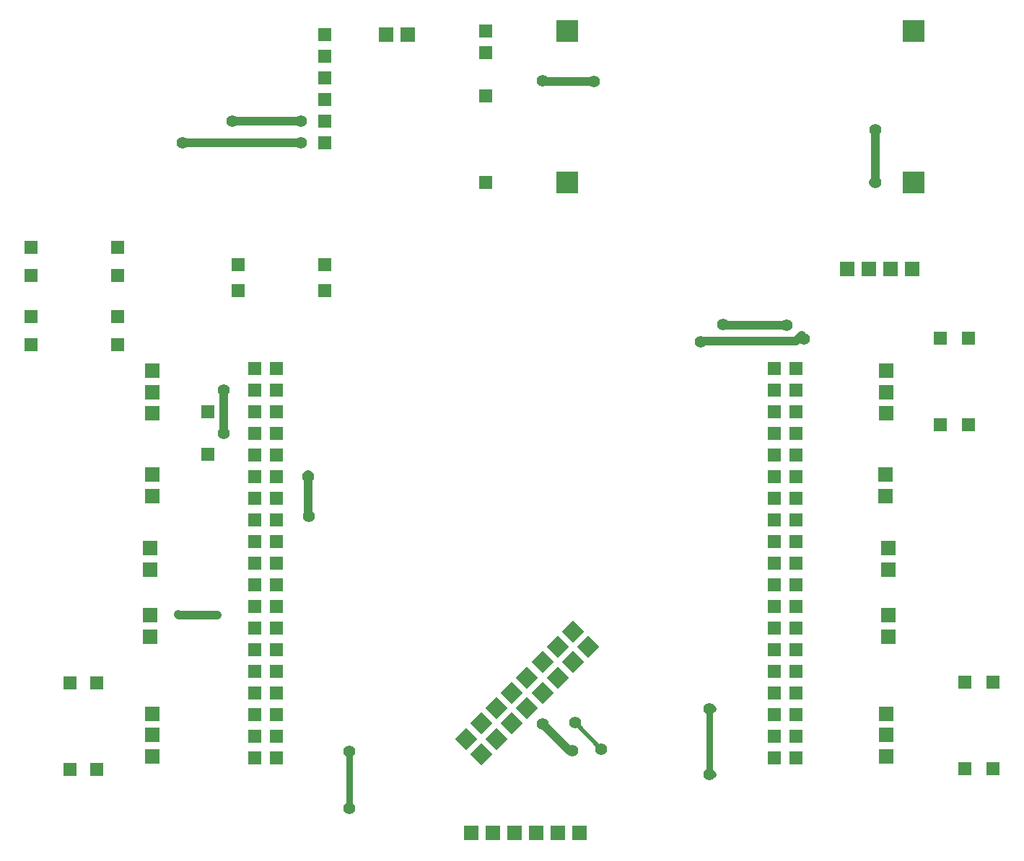
<source format=gbr>
%TF.GenerationSoftware,KiCad,Pcbnew,(6.0.10)*%
%TF.CreationDate,2023-11-30T08:57:51-03:00*%
%TF.ProjectId,ProyectoFinal_v3,50726f79-6563-4746-9f46-696e616c5f76,rev?*%
%TF.SameCoordinates,Original*%
%TF.FileFunction,Copper,L2,Bot*%
%TF.FilePolarity,Positive*%
%FSLAX46Y46*%
G04 Gerber Fmt 4.6, Leading zero omitted, Abs format (unit mm)*
G04 Created by KiCad (PCBNEW (6.0.10)) date 2023-11-30 08:57:51*
%MOMM*%
%LPD*%
G01*
G04 APERTURE LIST*
G04 Aperture macros list*
%AMRotRect*
0 Rectangle, with rotation*
0 The origin of the aperture is its center*
0 $1 length*
0 $2 width*
0 $3 Rotation angle, in degrees counterclockwise*
0 Add horizontal line*
21,1,$1,$2,0,0,$3*%
G04 Aperture macros list end*
%TA.AperFunction,ComponentPad*%
%ADD10R,1.600000X1.600000*%
%TD*%
%TA.AperFunction,ComponentPad*%
%ADD11R,1.700000X1.700000*%
%TD*%
%TA.AperFunction,ComponentPad*%
%ADD12R,1.800000X1.800000*%
%TD*%
%TA.AperFunction,ComponentPad*%
%ADD13R,2.540000X2.540000*%
%TD*%
%TA.AperFunction,ComponentPad*%
%ADD14RotRect,1.800000X1.800000X315.000000*%
%TD*%
%TA.AperFunction,ViaPad*%
%ADD15C,1.400000*%
%TD*%
%TA.AperFunction,ViaPad*%
%ADD16C,0.800000*%
%TD*%
%TA.AperFunction,Conductor*%
%ADD17C,1.000000*%
%TD*%
%TA.AperFunction,Conductor*%
%ADD18C,0.800000*%
%TD*%
%TA.AperFunction,Conductor*%
%ADD19C,0.500000*%
%TD*%
G04 APERTURE END LIST*
D10*
%TO.P,D1,1,K*%
%TO.N,GND*%
X223844710Y-119120000D03*
%TO.P,D1,2,A*%
%TO.N,Net-(D1-Pad2)*%
X223844710Y-121660000D03*
%TD*%
%TO.P,C1,1*%
%TO.N,Vbat*%
X191256900Y-163830000D03*
%TO.P,C1,2*%
%TO.N,GND*%
X191256900Y-168830000D03*
%TD*%
D11*
%TO.P,J16,1,Pin_1*%
%TO.N,+3V3*%
X273836900Y-147041000D03*
%TO.P,J16,2,Pin_2*%
%TO.N,SWCLK*%
X271296900Y-147041000D03*
%TO.P,J16,3,Pin_3*%
%TO.N,GND*%
X268756900Y-147041000D03*
%TO.P,J16,4,Pin_4*%
%TO.N,SWDIO*%
X266216900Y-147041000D03*
%TD*%
%TO.P,J10,1,Pin_1*%
%TO.N,MOTOR4_PWMN*%
X271102710Y-187701000D03*
%TO.P,J10,2,Pin_2*%
%TO.N,MOTOR4_PWM*%
X271102710Y-190241000D03*
%TD*%
D10*
%TO.P,U3,1,PC10*%
%TO.N,MOTOR1_PWMN*%
X260202710Y-158750000D03*
%TO.P,U3,2,PC11*%
%TO.N,MOTOR1_ENCODER*%
X257662710Y-158750000D03*
%TO.P,U3,3,PC12*%
%TO.N,unconnected-(U3-Pad3)*%
X260202710Y-161290000D03*
%TO.P,U3,4,PD2*%
%TO.N,unconnected-(U3-Pad4)*%
X257662710Y-161290000D03*
%TO.P,U3,5,VDD*%
%TO.N,unconnected-(U3-Pad5)*%
X260202710Y-163830000D03*
%TO.P,U3,6,E5V*%
%TO.N,+5V*%
X257662710Y-163830000D03*
%TO.P,U3,7,BOOT0*%
%TO.N,unconnected-(U3-Pad7)*%
X260202710Y-166370000D03*
%TO.P,U3,8,GND*%
%TO.N,unconnected-(U3-Pad8)*%
X257662710Y-166370000D03*
%TO.P,U3,9,NC*%
%TO.N,unconnected-(U3-Pad9)*%
X260202710Y-168910000D03*
%TO.P,U3,10,NC*%
%TO.N,unconnected-(U3-Pad10)*%
X257662710Y-168910000D03*
%TO.P,U3,11,NC*%
%TO.N,unconnected-(U3-Pad11)*%
X260202710Y-171450000D03*
%TO.P,U3,12,IOREF*%
%TO.N,unconnected-(U3-Pad12)*%
X257662710Y-171450000D03*
%TO.P,U3,13,PA13*%
%TO.N,SWDIO*%
X260202710Y-173990000D03*
%TO.P,U3,14,RESET*%
%TO.N,unconnected-(U3-Pad14)*%
X257662710Y-173990000D03*
%TO.P,U3,15,PA14*%
%TO.N,SWCLK*%
X260202710Y-176530000D03*
%TO.P,U3,16,+3V3*%
%TO.N,+3V3*%
X257662710Y-176530000D03*
%TO.P,U3,17,PA15*%
%TO.N,MOTOR1_PWM*%
X260202710Y-179070000D03*
%TO.P,U3,18,+5V*%
%TO.N,+5V*%
X257662710Y-179070000D03*
%TO.P,U3,19,GND*%
%TO.N,GND*%
X260202710Y-181610000D03*
%TO.P,U3,20,GND*%
X257662710Y-181610000D03*
%TO.P,U3,21,PB7*%
%TO.N,unconnected-(U3-Pad21)*%
X260202710Y-184150000D03*
%TO.P,U3,22,GND*%
%TO.N,GND*%
X257662710Y-184150000D03*
%TO.P,U3,23,PC13*%
%TO.N,unconnected-(U3-Pad23)*%
X260202710Y-186690000D03*
%TO.P,U3,24,VIN*%
%TO.N,unconnected-(U3-Pad24)*%
X257662710Y-186690000D03*
%TO.P,U3,25,PC14*%
%TO.N,unconnected-(U3-Pad25)*%
X260202710Y-189230000D03*
%TO.P,U3,26,NC*%
%TO.N,unconnected-(U3-Pad26)*%
X257662710Y-189230000D03*
%TO.P,U3,27,PC15*%
%TO.N,MOTOR4_ENCODER*%
X260202710Y-191770000D03*
%TO.P,U3,28,PA0*%
%TO.N,unconnected-(U3-Pad28)*%
X257662710Y-191770000D03*
%TO.P,U3,29,PF0*%
%TO.N,unconnected-(U3-Pad29)*%
X260202710Y-194310000D03*
%TO.P,U3,30,PA1*%
%TO.N,MOTOR3_PWMN*%
X257662710Y-194310000D03*
%TO.P,U3,31,PF1*%
%TO.N,unconnected-(U3-Pad31)*%
X260202710Y-196850000D03*
%TO.P,U3,32,PA4*%
%TO.N,unconnected-(U3-Pad32)*%
X257662710Y-196850000D03*
%TO.P,U3,33,VBAT*%
%TO.N,unconnected-(U3-Pad33)*%
X260202710Y-199390000D03*
%TO.P,U3,34,PB0*%
%TO.N,unconnected-(U3-Pad34)*%
X257662710Y-199390000D03*
%TO.P,U3,35,PC2*%
%TO.N,unconnected-(U3-Pad35)*%
X260202710Y-201930000D03*
%TO.P,U3,36,PC1*%
%TO.N,unconnected-(U3-Pad36)*%
X257662710Y-201930000D03*
%TO.P,U3,37,PC3*%
%TO.N,unconnected-(U3-Pad37)*%
X260202710Y-204470000D03*
%TO.P,U3,38,PC0*%
%TO.N,MOTOR4_PWM*%
X257662710Y-204470000D03*
%TO.P,U3,39,PC9*%
%TO.N,unconnected-(U3-Pad39)*%
X199242710Y-158750000D03*
%TO.P,U3,40,PC8*%
%TO.N,MOTOR2_ENCODER*%
X196702710Y-158750000D03*
%TO.P,U3,41,PB8*%
%TO.N,I2C_SCL*%
X199242710Y-161290000D03*
%TO.P,U3,42,PC6*%
%TO.N,MOTOR3_ENCODER*%
X196702710Y-161290000D03*
%TO.P,U3,43,PB9*%
%TO.N,I2C_SDA*%
X199242710Y-163830000D03*
%TO.P,U3,44,PC5*%
%TO.N,Vbat*%
X196702710Y-163830000D03*
%TO.P,U3,45,AVDD*%
%TO.N,unconnected-(U3-Pad45)*%
X199242710Y-166370000D03*
%TO.P,U3,46,U5V*%
%TO.N,unconnected-(U3-Pad46)*%
X196702710Y-166370000D03*
%TO.P,U3,47,GND*%
%TO.N,GND*%
X199242710Y-168910000D03*
%TO.P,U3,48,NC*%
%TO.N,unconnected-(U3-Pad48)*%
X196702710Y-168910000D03*
%TO.P,U3,49,PA5*%
%TO.N,SPI_SCLK*%
X199242710Y-171450000D03*
%TO.P,U3,50,PA12*%
%TO.N,MOTOR2_PWM*%
X196702710Y-171450000D03*
%TO.P,U3,51,PA6*%
%TO.N,SPI_MISO*%
X199242710Y-173990000D03*
%TO.P,U3,52,PA11*%
%TO.N,unconnected-(U3-Pad52)*%
X196702710Y-173990000D03*
%TO.P,U3,53,PA7*%
%TO.N,SPI_MOSI*%
X199242710Y-176530000D03*
%TO.P,U3,54,PB12*%
%TO.N,unconnected-(U3-Pad54)*%
X196702710Y-176530000D03*
%TO.P,U3,55,PB6*%
%TO.N,MOTOR2_PWMN*%
X199242710Y-179070000D03*
%TO.P,U3,56,PB11*%
%TO.N,unconnected-(U3-Pad56)*%
X196702710Y-179070000D03*
%TO.P,U3,57,PC7*%
%TO.N,unconnected-(U3-Pad57)*%
X199242710Y-181610000D03*
%TO.P,U3,58,GND*%
%TO.N,unconnected-(U3-Pad58)*%
X196702710Y-181610000D03*
%TO.P,U3,59,PA9*%
%TO.N,unconnected-(U3-Pad59)*%
X199242710Y-184150000D03*
%TO.P,U3,60,PB2*%
%TO.N,unconnected-(U3-Pad60)*%
X196702710Y-184150000D03*
%TO.P,U3,61,PA8*%
%TO.N,unconnected-(U3-Pad61)*%
X199242710Y-186690000D03*
%TO.P,U3,62,PB1*%
%TO.N,unconnected-(U3-Pad62)*%
X196702710Y-186690000D03*
%TO.P,U3,63,PB10*%
%TO.N,unconnected-(U3-Pad63)*%
X199242710Y-189230000D03*
%TO.P,U3,64,PB15*%
%TO.N,unconnected-(U3-Pad64)*%
X196702710Y-189230000D03*
%TO.P,U3,65,PB4*%
%TO.N,unconnected-(U3-Pad65)*%
X199242710Y-191770000D03*
%TO.P,U3,66,PB14*%
%TO.N,MOTOR3_PWM*%
X196702710Y-191770000D03*
%TO.P,U3,67,PB5*%
%TO.N,unconnected-(U3-Pad67)*%
X199242710Y-194310000D03*
%TO.P,U3,68,PB13*%
%TO.N,MOTOR4_PWMN*%
X196702710Y-194310000D03*
%TO.P,U3,69,PB3*%
%TO.N,unconnected-(U3-Pad69)*%
X199242710Y-196850000D03*
%TO.P,U3,70,AGND*%
%TO.N,unconnected-(U3-Pad70)*%
X196702710Y-196850000D03*
%TO.P,U3,71,PA10*%
%TO.N,UART_RX*%
X199242710Y-199390000D03*
%TO.P,U3,72,PC4*%
%TO.N,UART_TX*%
X196702710Y-199390000D03*
%TO.P,U3,73,PA2*%
%TO.N,unconnected-(U3-Pad73)*%
X199242710Y-201930000D03*
%TO.P,U3,74,NC*%
%TO.N,unconnected-(U3-Pad74)*%
X196702710Y-201930000D03*
%TO.P,U3,75,PA3*%
%TO.N,unconnected-(U3-Pad75)*%
X199242710Y-204470000D03*
%TO.P,U3,76,NC*%
%TO.N,unconnected-(U3-Pad76)*%
X196702710Y-204470000D03*
%TD*%
%TO.P,R11,1*%
%TO.N,Vbat*%
X194765700Y-149606000D03*
%TO.P,R11,2*%
%TO.N,GND*%
X204925700Y-149606000D03*
%TD*%
%TO.P,R12,1*%
%TO.N,+5V*%
X170518710Y-144526000D03*
%TO.P,R12,2*%
%TO.N,I2C_SCL*%
X180678710Y-144526000D03*
%TD*%
D11*
%TO.P,J9,1,Pin_1*%
%TO.N,MOTOR3_PWMN*%
X184442710Y-190256000D03*
%TO.P,J9,2,Pin_2*%
%TO.N,MOTOR3_PWM*%
X184442710Y-187716000D03*
%TD*%
D12*
%TO.P,J4,1,Pin_1*%
%TO.N,+12V*%
X184742710Y-173716000D03*
%TO.P,J4,2,Pin_2*%
%TO.N,GND*%
X184742710Y-171216000D03*
%TD*%
%TO.P,J6,1,Pin_1*%
%TO.N,MOTOR4_ENCODER*%
X270802710Y-199300000D03*
%TO.P,J6,2,Pin_2*%
%TO.N,GND*%
X270802710Y-201800000D03*
%TO.P,J6,3,Pin_3*%
%TO.N,Net-(J6-Pad3)*%
X270802710Y-204300000D03*
%TD*%
D11*
%TO.P,J8,1,Pin_1*%
%TO.N,MOTOR2_PWMN*%
X184442710Y-182377000D03*
%TO.P,J8,2,Pin_2*%
%TO.N,MOTOR2_PWM*%
X184442710Y-179837000D03*
%TD*%
D10*
%TO.P,R5,1*%
%TO.N,+5V*%
X170512710Y-152654000D03*
%TO.P,R5,2*%
%TO.N,MOTOR2_ENCODER*%
X180672710Y-152654000D03*
%TD*%
%TO.P,R7,1*%
%TO.N,+5V*%
X170518710Y-155956000D03*
%TO.P,R7,2*%
%TO.N,Net-(J5-Pad3)*%
X180678710Y-155956000D03*
%TD*%
%TO.P,R3,1*%
%TO.N,+5V*%
X277148900Y-155194000D03*
%TO.P,R3,2*%
%TO.N,Net-(J2-Pad3)*%
X277148900Y-165354000D03*
%TD*%
%TO.P,R4,1*%
%TO.N,+5V*%
X178190500Y-205807000D03*
%TO.P,R4,2*%
%TO.N,Net-(J3-Pad3)*%
X178190500Y-195647000D03*
%TD*%
%TO.P,R8,1*%
%TO.N,+5V*%
X283333805Y-205767905D03*
%TO.P,R8,2*%
%TO.N,Net-(J6-Pad3)*%
X283333805Y-195607905D03*
%TD*%
%TO.P,R1,1*%
%TO.N,+5V*%
X280450900Y-155194000D03*
%TO.P,R1,2*%
%TO.N,MOTOR1_ENCODER*%
X280450900Y-165354000D03*
%TD*%
%TO.P,R10,1*%
%TO.N,Net-(R10-Pad1)*%
X204925700Y-146558000D03*
%TO.P,R10,2*%
%TO.N,Vbat*%
X194765700Y-146558000D03*
%TD*%
D12*
%TO.P,J3,1,Pin_1*%
%TO.N,MOTOR3_ENCODER*%
X184742710Y-204300000D03*
%TO.P,J3,2,Pin_2*%
%TO.N,GND*%
X184742710Y-201800000D03*
%TO.P,J3,3,Pin_3*%
%TO.N,Net-(J3-Pad3)*%
X184742710Y-199300000D03*
%TD*%
D10*
%TO.P,R13,1*%
%TO.N,+5V*%
X170518710Y-147828000D03*
%TO.P,R13,2*%
%TO.N,I2C_SDA*%
X180678710Y-147828000D03*
%TD*%
D12*
%TO.P,J1,1,Pin_1*%
%TO.N,GND*%
X270756710Y-171211000D03*
%TO.P,J1,2,Pin_2*%
%TO.N,+12V*%
X270756710Y-173711000D03*
%TD*%
%TO.P,J12,1,Pin_1*%
%TO.N,Net-(J12-Pad1)*%
X212162710Y-119560000D03*
%TO.P,J12,2,Pin_2*%
%TO.N,GND*%
X214662710Y-119560000D03*
%TD*%
D10*
%TO.P,U1,1,Vcc*%
%TO.N,+5V*%
X204935710Y-119560000D03*
%TO.P,U1,2,GND*%
%TO.N,GND*%
X204935710Y-122100000D03*
%TO.P,U1,3,SCL*%
%TO.N,I2C_SCL*%
X204935710Y-124640000D03*
%TO.P,U1,4,SDA*%
%TO.N,I2C_SDA*%
X204935710Y-127180000D03*
%TO.P,U1,5,Vin-*%
%TO.N,+12V*%
X204935710Y-129720000D03*
%TO.P,U1,6,Vin+*%
%TO.N,Net-(R10-Pad1)*%
X204935710Y-132260000D03*
%TD*%
D12*
%TO.P,J5,1,Pin_1*%
%TO.N,MOTOR2_ENCODER*%
X184742710Y-164024000D03*
%TO.P,J5,2,Pin_2*%
%TO.N,GND*%
X184742710Y-161524000D03*
%TO.P,J5,3,Pin_3*%
%TO.N,Net-(J5-Pad3)*%
X184742710Y-159024000D03*
%TD*%
D10*
%TO.P,R9,1*%
%TO.N,+12V*%
X223844710Y-136900000D03*
%TO.P,R9,2*%
%TO.N,Net-(D1-Pad2)*%
X223844710Y-126740000D03*
%TD*%
D12*
%TO.P,J15,1,Pin_1*%
%TO.N,GND*%
X234855805Y-213278000D03*
%TO.P,J15,2,Pin_2*%
%TO.N,unconnected-(J15-Pad2)*%
X232315805Y-213278000D03*
%TO.P,J15,3,Pin_3*%
%TO.N,unconnected-(J15-Pad3)*%
X229775805Y-213278000D03*
%TO.P,J15,4,Pin_4*%
%TO.N,UART_TX*%
X227235805Y-213278000D03*
%TO.P,J15,5,Pin_5*%
%TO.N,UART_RX*%
X224695805Y-213278000D03*
%TO.P,J15,6,Pin_6*%
%TO.N,unconnected-(J15-Pad6)*%
X222155805Y-213278000D03*
%TD*%
D10*
%TO.P,R2,1*%
%TO.N,+5V*%
X175040900Y-205807000D03*
%TO.P,R2,2*%
%TO.N,MOTOR3_ENCODER*%
X175040900Y-195647000D03*
%TD*%
D11*
%TO.P,J7,1,Pin_1*%
%TO.N,MOTOR1_PWMN*%
X271056710Y-179822000D03*
%TO.P,J7,2,Pin_2*%
%TO.N,MOTOR1_PWM*%
X271056710Y-182362000D03*
%TD*%
D13*
%TO.P,U2,1,IN+*%
%TO.N,+12V*%
X233369710Y-136900000D03*
%TO.P,U2,2,IN-*%
%TO.N,GND*%
X233369710Y-119120000D03*
%TO.P,U2,3,OUT+*%
%TO.N,+5V*%
X274009710Y-136900000D03*
%TO.P,U2,4,OUT-*%
%TO.N,GND*%
X274009710Y-119120000D03*
%TD*%
D10*
%TO.P,R6,1*%
%TO.N,+5V*%
X280031805Y-205767905D03*
%TO.P,R6,2*%
%TO.N,MOTOR4_ENCODER*%
X280031805Y-195607905D03*
%TD*%
D12*
%TO.P,J2,1,Pin_1*%
%TO.N,MOTOR1_ENCODER*%
X270802710Y-159019000D03*
%TO.P,J2,2,Pin_2*%
%TO.N,GND*%
X270802710Y-161519000D03*
%TO.P,J2,3,Pin_3*%
%TO.N,Net-(J2-Pad3)*%
X270802710Y-164019000D03*
%TD*%
D14*
%TO.P,J14,1,Pin_1*%
%TO.N,unconnected-(J14-Pad1)*%
X234079622Y-189665795D03*
%TO.P,J14,2,Pin_2*%
%TO.N,unconnected-(J14-Pad2)*%
X235875673Y-191461847D03*
%TO.P,J14,3,Pin_3*%
%TO.N,SPI_SCLK*%
X232283570Y-191461847D03*
%TO.P,J14,4,Pin_4*%
%TO.N,SPI_MISO*%
X234079622Y-193257898D03*
%TO.P,J14,5,Pin_5*%
%TO.N,SPI_MOSI*%
X230487519Y-193257898D03*
%TO.P,J14,6,Pin_6*%
%TO.N,GND*%
X232283570Y-195053949D03*
%TO.P,J14,7,Pin_7*%
%TO.N,unconnected-(J14-Pad7)*%
X228691468Y-195053949D03*
%TO.P,J14,8,Pin_8*%
%TO.N,unconnected-(J14-Pad8)*%
X230487519Y-196850000D03*
%TO.P,J14,9,Pin_9*%
%TO.N,unconnected-(J14-Pad9)*%
X226895417Y-196850000D03*
%TO.P,J14,10,Pin_10*%
%TO.N,+5V*%
X228691468Y-198646051D03*
%TO.P,J14,11,Pin_11*%
X225099366Y-198646051D03*
%TO.P,J14,12,Pin_12*%
%TO.N,GND*%
X226895417Y-200442103D03*
%TO.P,J14,13,Pin_13*%
X223303314Y-200442103D03*
%TO.P,J14,14,Pin_14*%
%TO.N,unconnected-(J14-Pad14)*%
X225099366Y-202238154D03*
%TO.P,J14,15,Pin_15*%
%TO.N,unconnected-(J14-Pad15)*%
X221507263Y-202238154D03*
%TO.P,J14,16,Pin_16*%
%TO.N,unconnected-(J14-Pad16)*%
X223303314Y-204034205D03*
%TD*%
D15*
%TO.N,MOTOR3_ENCODER*%
X193126705Y-166352139D03*
X193126705Y-161320000D03*
D16*
%TO.N,MOTOR3_PWM*%
X192362710Y-187710000D03*
X187802710Y-187670000D03*
D15*
%TO.N,GND*%
X237412710Y-203500000D03*
X249102710Y-155610000D03*
X234322710Y-200360000D03*
X261192710Y-155270000D03*
%TO.N,+12V*%
X202194710Y-129720000D03*
X194090900Y-129720000D03*
%TO.N,MOTOR2_PWMN*%
X207856710Y-203708000D03*
X207856710Y-210384000D03*
%TO.N,MOTOR3_PWMN*%
X250042710Y-198700000D03*
X250072710Y-206410000D03*
%TO.N,+5V*%
X234012710Y-203630000D03*
X269522710Y-136900000D03*
X230482710Y-124980000D03*
X269592710Y-130730000D03*
X230562710Y-200500000D03*
X236500571Y-125072800D03*
%TO.N,SPI_SCLK*%
X203062710Y-176100000D03*
X202980900Y-171450000D03*
%TO.N,Net-(R10-Pad1)*%
X188262710Y-132286000D03*
X202194710Y-132260000D03*
%TO.N,+3V3*%
X251662710Y-153590000D03*
X259152710Y-153670000D03*
%TD*%
D17*
%TO.N,MOTOR3_ENCODER*%
X193072710Y-161640000D02*
X193072710Y-166367810D01*
X193072710Y-166367810D02*
X193074900Y-166370000D01*
D18*
%TO.N,MOTOR3_PWMN*%
X250112710Y-198770000D02*
X250112710Y-205990000D01*
X250112710Y-205990000D02*
X250532710Y-206410000D01*
X250502710Y-198700000D02*
X250042710Y-198700000D01*
X250042710Y-198700000D02*
X250112710Y-198770000D01*
D17*
%TO.N,+3V3*%
X251742710Y-153670000D02*
X251662710Y-153590000D01*
X259152710Y-153670000D02*
X251742710Y-153670000D01*
%TO.N,GND*%
X249169442Y-155543268D02*
X249102710Y-155610000D01*
X260232305Y-155543268D02*
X249169442Y-155543268D01*
X260884796Y-154890777D02*
X260232305Y-155543268D01*
D19*
X237412710Y-203450000D02*
X237412710Y-203500000D01*
X234322710Y-200360000D02*
X237412710Y-203450000D01*
D17*
%TO.N,+5V*%
X233692710Y-203630000D02*
X230562710Y-200500000D01*
X234012710Y-203630000D02*
X233692710Y-203630000D01*
D18*
%TO.N,MOTOR2_PWMN*%
X207856710Y-210384000D02*
X207856710Y-203708000D01*
D17*
%TO.N,MOTOR3_PWM*%
X187842710Y-187710000D02*
X187802710Y-187670000D01*
X192362710Y-187710000D02*
X187842710Y-187710000D01*
%TO.N,+5V*%
X230575510Y-125072800D02*
X230482710Y-124980000D01*
X236425510Y-125072800D02*
X230575510Y-125072800D01*
X269330710Y-136900000D02*
X269578710Y-136652000D01*
X269578710Y-136652000D02*
X269578710Y-130744000D01*
X269578710Y-130744000D02*
X269592710Y-130730000D01*
%TO.N,+12V*%
X194090900Y-129720000D02*
X202194710Y-129720000D01*
%TO.N,SPI_SCLK*%
X202980900Y-176018190D02*
X202980900Y-171196000D01*
X203062710Y-176100000D02*
X202980900Y-176018190D01*
%TO.N,Net-(R10-Pad1)*%
X202194710Y-132260000D02*
X188288710Y-132260000D01*
X188288710Y-132260000D02*
X188262710Y-132286000D01*
%TD*%
M02*

</source>
